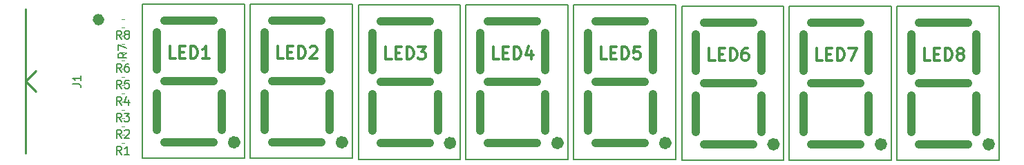
<source format=gto>
G04 #@! TF.GenerationSoftware,KiCad,Pcbnew,5.1.4+dfsg1-1*
G04 #@! TF.CreationDate,2019-11-19T11:58:45-08:00*
G04 #@! TF.ProjectId,pmod-7-segment-v3,706d6f64-2d37-42d7-9365-676d656e742d,rev?*
G04 #@! TF.SameCoordinates,PX1f7d860PY56b8320*
G04 #@! TF.FileFunction,Legend,Top*
G04 #@! TF.FilePolarity,Positive*
%FSLAX46Y46*%
G04 Gerber Fmt 4.6, Leading zero omitted, Abs format (unit mm)*
G04 Created by KiCad (PCBNEW 5.1.4+dfsg1-1) date 2019-11-19 11:58:45*
%MOMM*%
%LPD*%
G04 APERTURE LIST*
%ADD10C,0.254000*%
%ADD11C,1.000000*%
%ADD12C,0.120000*%
%ADD13C,0.800000*%
%ADD14C,0.150000*%
%ADD15C,0.300000*%
G04 APERTURE END LIST*
D10*
X-2794000Y-19558000D02*
X-2794000Y-10668000D01*
X-2794000Y-10668000D02*
X-2794000Y-1778000D01*
X-1524000Y-11938000D02*
X-2794000Y-10668000D01*
X-2794000Y-10668000D02*
X-1524000Y-9398000D01*
D11*
X6356000Y-3068000D02*
G75*
G03X6356000Y-3068000I-200000J0D01*
G01*
D12*
X9306779Y-3046000D02*
X8981221Y-3046000D01*
X9306779Y-4066000D02*
X8981221Y-4066000D01*
X9306779Y-5078000D02*
X8981221Y-5078000D01*
X9306779Y-6098000D02*
X8981221Y-6098000D01*
X9306779Y-7110000D02*
X8981221Y-7110000D01*
X9306779Y-8130000D02*
X8981221Y-8130000D01*
X9306779Y-9142000D02*
X8981221Y-9142000D01*
X9306779Y-10162000D02*
X8981221Y-10162000D01*
X9306779Y-11174000D02*
X8981221Y-11174000D01*
X9306779Y-12194000D02*
X8981221Y-12194000D01*
X9306779Y-13206000D02*
X8981221Y-13206000D01*
X9306779Y-14226000D02*
X8981221Y-14226000D01*
X9306779Y-15238000D02*
X8981221Y-15238000D01*
X9306779Y-16258000D02*
X8981221Y-16258000D01*
X9306779Y-17270000D02*
X8981221Y-17270000D01*
X9306779Y-18290000D02*
X8981221Y-18290000D01*
D13*
X115636000Y-18411999D02*
G75*
G03X115636000Y-18411999I-400000J0D01*
G01*
D11*
X106736000Y-18411999D02*
X112736000Y-18411999D01*
X106736000Y-10911999D02*
X112736000Y-10911999D01*
X113736000Y-12411999D02*
X113736000Y-16911999D01*
X105736000Y-12411999D02*
X105736000Y-16911999D01*
X113736000Y-4911999D02*
X113736000Y-9411999D01*
X105736000Y-4911999D02*
X105736000Y-9411999D01*
X106736000Y-3411999D02*
X112736000Y-3411999D01*
D14*
X103986000Y-20411999D02*
X103986000Y-1411999D01*
X116486000Y-20411999D02*
X103986000Y-20411999D01*
X116486000Y-1411999D02*
X116486000Y-20411999D01*
X103986000Y-1411999D02*
X116486000Y-1411999D01*
D13*
X102428000Y-18411999D02*
G75*
G03X102428000Y-18411999I-400000J0D01*
G01*
D11*
X93528000Y-18411999D02*
X99528000Y-18411999D01*
X93528000Y-10911999D02*
X99528000Y-10911999D01*
X100528000Y-12411999D02*
X100528000Y-16911999D01*
X92528000Y-12411999D02*
X92528000Y-16911999D01*
X100528000Y-4911999D02*
X100528000Y-9411999D01*
X92528000Y-4911999D02*
X92528000Y-9411999D01*
X93528000Y-3411999D02*
X99528000Y-3411999D01*
D14*
X90778000Y-20411999D02*
X90778000Y-1411999D01*
X103278000Y-20411999D02*
X90778000Y-20411999D01*
X103278000Y-1411999D02*
X103278000Y-20411999D01*
X90778000Y-1411999D02*
X103278000Y-1411999D01*
D13*
X89266000Y-18411999D02*
G75*
G03X89266000Y-18411999I-400000J0D01*
G01*
D11*
X80366000Y-18411999D02*
X86366000Y-18411999D01*
X80366000Y-10911999D02*
X86366000Y-10911999D01*
X87366000Y-12411999D02*
X87366000Y-16911999D01*
X79366000Y-12411999D02*
X79366000Y-16911999D01*
X87366000Y-4911999D02*
X87366000Y-9411999D01*
X79366000Y-4911999D02*
X79366000Y-9411999D01*
X80366000Y-3411999D02*
X86366000Y-3411999D01*
D14*
X77616000Y-20411999D02*
X77616000Y-1411999D01*
X90116000Y-20411999D02*
X77616000Y-20411999D01*
X90116000Y-1411999D02*
X90116000Y-20411999D01*
X77616000Y-1411999D02*
X90116000Y-1411999D01*
D13*
X76012000Y-18255999D02*
G75*
G03X76012000Y-18255999I-400000J0D01*
G01*
D11*
X67112000Y-18255999D02*
X73112000Y-18255999D01*
X67112000Y-10755999D02*
X73112000Y-10755999D01*
X74112000Y-12255999D02*
X74112000Y-16755999D01*
X66112000Y-12255999D02*
X66112000Y-16755999D01*
X74112000Y-4755999D02*
X74112000Y-9255999D01*
X66112000Y-4755999D02*
X66112000Y-9255999D01*
X67112000Y-3255999D02*
X73112000Y-3255999D01*
D14*
X64362000Y-20255999D02*
X64362000Y-1255999D01*
X76862000Y-20255999D02*
X64362000Y-20255999D01*
X76862000Y-1255999D02*
X76862000Y-20255999D01*
X64362000Y-1255999D02*
X76862000Y-1255999D01*
D13*
X62804000Y-18255999D02*
G75*
G03X62804000Y-18255999I-400000J0D01*
G01*
D11*
X53904000Y-18255999D02*
X59904000Y-18255999D01*
X53904000Y-10755999D02*
X59904000Y-10755999D01*
X60904000Y-12255999D02*
X60904000Y-16755999D01*
X52904000Y-12255999D02*
X52904000Y-16755999D01*
X60904000Y-4755999D02*
X60904000Y-9255999D01*
X52904000Y-4755999D02*
X52904000Y-9255999D01*
X53904000Y-3255999D02*
X59904000Y-3255999D01*
D14*
X51154000Y-20255999D02*
X51154000Y-1255999D01*
X63654000Y-20255999D02*
X51154000Y-20255999D01*
X63654000Y-1255999D02*
X63654000Y-20255999D01*
X51154000Y-1255999D02*
X63654000Y-1255999D01*
D13*
X49642000Y-18255999D02*
G75*
G03X49642000Y-18255999I-400000J0D01*
G01*
D11*
X40742000Y-18255999D02*
X46742000Y-18255999D01*
X40742000Y-10755999D02*
X46742000Y-10755999D01*
X47742000Y-12255999D02*
X47742000Y-16755999D01*
X39742000Y-12255999D02*
X39742000Y-16755999D01*
X47742000Y-4755999D02*
X47742000Y-9255999D01*
X39742000Y-4755999D02*
X39742000Y-9255999D01*
X40742000Y-3255999D02*
X46742000Y-3255999D01*
D14*
X37992000Y-20255999D02*
X37992000Y-1255999D01*
X50492000Y-20255999D02*
X37992000Y-20255999D01*
X50492000Y-1255999D02*
X50492000Y-20255999D01*
X37992000Y-1255999D02*
X50492000Y-1255999D01*
D13*
X36388000Y-18168000D02*
G75*
G03X36388000Y-18168000I-400000J0D01*
G01*
D11*
X27488000Y-18168000D02*
X33488000Y-18168000D01*
X27488000Y-10668000D02*
X33488000Y-10668000D01*
X34488000Y-12168000D02*
X34488000Y-16668000D01*
X26488000Y-12168000D02*
X26488000Y-16668000D01*
X34488000Y-4668000D02*
X34488000Y-9168000D01*
X26488000Y-4668000D02*
X26488000Y-9168000D01*
X27488000Y-3168000D02*
X33488000Y-3168000D01*
D14*
X24738000Y-20168000D02*
X24738000Y-1168000D01*
X37238000Y-20168000D02*
X24738000Y-20168000D01*
X37238000Y-1168000D02*
X37238000Y-20168000D01*
X24738000Y-1168000D02*
X37238000Y-1168000D01*
D13*
X23180000Y-18168000D02*
G75*
G03X23180000Y-18168000I-400000J0D01*
G01*
D11*
X14280000Y-18168000D02*
X20280000Y-18168000D01*
X14280000Y-10668000D02*
X20280000Y-10668000D01*
X21280000Y-12168000D02*
X21280000Y-16668000D01*
X13280000Y-12168000D02*
X13280000Y-16668000D01*
X21280000Y-4668000D02*
X21280000Y-9168000D01*
X13280000Y-4668000D02*
X13280000Y-9168000D01*
X14280000Y-3168000D02*
X20280000Y-3168000D01*
D14*
X11530000Y-20168000D02*
X11530000Y-1168000D01*
X24030000Y-20168000D02*
X11530000Y-20168000D01*
X24030000Y-1168000D02*
X24030000Y-20168000D01*
X11530000Y-1168000D02*
X24030000Y-1168000D01*
X3008380Y-11001333D02*
X3722666Y-11001333D01*
X3865523Y-11048952D01*
X3960761Y-11144190D01*
X4008380Y-11287047D01*
X4008380Y-11382285D01*
X4008380Y-10001333D02*
X4008380Y-10572761D01*
X4008380Y-10287047D02*
X3008380Y-10287047D01*
X3151238Y-10382285D01*
X3246476Y-10477523D01*
X3294095Y-10572761D01*
X8977333Y-5438380D02*
X8644000Y-4962190D01*
X8405904Y-5438380D02*
X8405904Y-4438380D01*
X8786857Y-4438380D01*
X8882095Y-4486000D01*
X8929714Y-4533619D01*
X8977333Y-4628857D01*
X8977333Y-4771714D01*
X8929714Y-4866952D01*
X8882095Y-4914571D01*
X8786857Y-4962190D01*
X8405904Y-4962190D01*
X9548761Y-4866952D02*
X9453523Y-4819333D01*
X9405904Y-4771714D01*
X9358285Y-4676476D01*
X9358285Y-4628857D01*
X9405904Y-4533619D01*
X9453523Y-4486000D01*
X9548761Y-4438380D01*
X9739238Y-4438380D01*
X9834476Y-4486000D01*
X9882095Y-4533619D01*
X9929714Y-4628857D01*
X9929714Y-4676476D01*
X9882095Y-4771714D01*
X9834476Y-4819333D01*
X9739238Y-4866952D01*
X9548761Y-4866952D01*
X9453523Y-4914571D01*
X9405904Y-4962190D01*
X9358285Y-5057428D01*
X9358285Y-5247904D01*
X9405904Y-5343142D01*
X9453523Y-5390761D01*
X9548761Y-5438380D01*
X9739238Y-5438380D01*
X9834476Y-5390761D01*
X9882095Y-5343142D01*
X9929714Y-5247904D01*
X9929714Y-5057428D01*
X9882095Y-4962190D01*
X9834476Y-4914571D01*
X9739238Y-4866952D01*
X9596380Y-7184666D02*
X9120190Y-7518000D01*
X9596380Y-7756095D02*
X8596380Y-7756095D01*
X8596380Y-7375142D01*
X8644000Y-7279904D01*
X8691619Y-7232285D01*
X8786857Y-7184666D01*
X8929714Y-7184666D01*
X9024952Y-7232285D01*
X9072571Y-7279904D01*
X9120190Y-7375142D01*
X9120190Y-7756095D01*
X8596380Y-6851333D02*
X8596380Y-6184666D01*
X9596380Y-6613238D01*
X8977333Y-9502380D02*
X8644000Y-9026190D01*
X8405904Y-9502380D02*
X8405904Y-8502380D01*
X8786857Y-8502380D01*
X8882095Y-8550000D01*
X8929714Y-8597619D01*
X8977333Y-8692857D01*
X8977333Y-8835714D01*
X8929714Y-8930952D01*
X8882095Y-8978571D01*
X8786857Y-9026190D01*
X8405904Y-9026190D01*
X9834476Y-8502380D02*
X9644000Y-8502380D01*
X9548761Y-8550000D01*
X9501142Y-8597619D01*
X9405904Y-8740476D01*
X9358285Y-8930952D01*
X9358285Y-9311904D01*
X9405904Y-9407142D01*
X9453523Y-9454761D01*
X9548761Y-9502380D01*
X9739238Y-9502380D01*
X9834476Y-9454761D01*
X9882095Y-9407142D01*
X9929714Y-9311904D01*
X9929714Y-9073809D01*
X9882095Y-8978571D01*
X9834476Y-8930952D01*
X9739238Y-8883333D01*
X9548761Y-8883333D01*
X9453523Y-8930952D01*
X9405904Y-8978571D01*
X9358285Y-9073809D01*
X8977333Y-11534380D02*
X8644000Y-11058190D01*
X8405904Y-11534380D02*
X8405904Y-10534380D01*
X8786857Y-10534380D01*
X8882095Y-10582000D01*
X8929714Y-10629619D01*
X8977333Y-10724857D01*
X8977333Y-10867714D01*
X8929714Y-10962952D01*
X8882095Y-11010571D01*
X8786857Y-11058190D01*
X8405904Y-11058190D01*
X9882095Y-10534380D02*
X9405904Y-10534380D01*
X9358285Y-11010571D01*
X9405904Y-10962952D01*
X9501142Y-10915333D01*
X9739238Y-10915333D01*
X9834476Y-10962952D01*
X9882095Y-11010571D01*
X9929714Y-11105809D01*
X9929714Y-11343904D01*
X9882095Y-11439142D01*
X9834476Y-11486761D01*
X9739238Y-11534380D01*
X9501142Y-11534380D01*
X9405904Y-11486761D01*
X9358285Y-11439142D01*
X8977333Y-13566380D02*
X8644000Y-13090190D01*
X8405904Y-13566380D02*
X8405904Y-12566380D01*
X8786857Y-12566380D01*
X8882095Y-12614000D01*
X8929714Y-12661619D01*
X8977333Y-12756857D01*
X8977333Y-12899714D01*
X8929714Y-12994952D01*
X8882095Y-13042571D01*
X8786857Y-13090190D01*
X8405904Y-13090190D01*
X9834476Y-12899714D02*
X9834476Y-13566380D01*
X9596380Y-12518761D02*
X9358285Y-13233047D01*
X9977333Y-13233047D01*
X8977333Y-15598380D02*
X8644000Y-15122190D01*
X8405904Y-15598380D02*
X8405904Y-14598380D01*
X8786857Y-14598380D01*
X8882095Y-14646000D01*
X8929714Y-14693619D01*
X8977333Y-14788857D01*
X8977333Y-14931714D01*
X8929714Y-15026952D01*
X8882095Y-15074571D01*
X8786857Y-15122190D01*
X8405904Y-15122190D01*
X9310666Y-14598380D02*
X9929714Y-14598380D01*
X9596380Y-14979333D01*
X9739238Y-14979333D01*
X9834476Y-15026952D01*
X9882095Y-15074571D01*
X9929714Y-15169809D01*
X9929714Y-15407904D01*
X9882095Y-15503142D01*
X9834476Y-15550761D01*
X9739238Y-15598380D01*
X9453523Y-15598380D01*
X9358285Y-15550761D01*
X9310666Y-15503142D01*
X8977333Y-17630380D02*
X8644000Y-17154190D01*
X8405904Y-17630380D02*
X8405904Y-16630380D01*
X8786857Y-16630380D01*
X8882095Y-16678000D01*
X8929714Y-16725619D01*
X8977333Y-16820857D01*
X8977333Y-16963714D01*
X8929714Y-17058952D01*
X8882095Y-17106571D01*
X8786857Y-17154190D01*
X8405904Y-17154190D01*
X9358285Y-16725619D02*
X9405904Y-16678000D01*
X9501142Y-16630380D01*
X9739238Y-16630380D01*
X9834476Y-16678000D01*
X9882095Y-16725619D01*
X9929714Y-16820857D01*
X9929714Y-16916095D01*
X9882095Y-17058952D01*
X9310666Y-17630380D01*
X9929714Y-17630380D01*
X8977333Y-19662380D02*
X8644000Y-19186190D01*
X8405904Y-19662380D02*
X8405904Y-18662380D01*
X8786857Y-18662380D01*
X8882095Y-18710000D01*
X8929714Y-18757619D01*
X8977333Y-18852857D01*
X8977333Y-18995714D01*
X8929714Y-19090952D01*
X8882095Y-19138571D01*
X8786857Y-19186190D01*
X8405904Y-19186190D01*
X9929714Y-19662380D02*
X9358285Y-19662380D01*
X9644000Y-19662380D02*
X9644000Y-18662380D01*
X9548761Y-18805238D01*
X9453523Y-18900476D01*
X9358285Y-18948095D01*
D15*
X108057428Y-8090570D02*
X107343142Y-8090570D01*
X107343142Y-6590570D01*
X108557428Y-7304856D02*
X109057428Y-7304856D01*
X109271714Y-8090570D02*
X108557428Y-8090570D01*
X108557428Y-6590570D01*
X109271714Y-6590570D01*
X109914571Y-8090570D02*
X109914571Y-6590570D01*
X110271714Y-6590570D01*
X110486000Y-6661999D01*
X110628857Y-6804856D01*
X110700285Y-6947713D01*
X110771714Y-7233427D01*
X110771714Y-7447713D01*
X110700285Y-7733427D01*
X110628857Y-7876284D01*
X110486000Y-8019141D01*
X110271714Y-8090570D01*
X109914571Y-8090570D01*
X111628857Y-7233427D02*
X111486000Y-7161999D01*
X111414571Y-7090570D01*
X111343142Y-6947713D01*
X111343142Y-6876284D01*
X111414571Y-6733427D01*
X111486000Y-6661999D01*
X111628857Y-6590570D01*
X111914571Y-6590570D01*
X112057428Y-6661999D01*
X112128857Y-6733427D01*
X112200285Y-6876284D01*
X112200285Y-6947713D01*
X112128857Y-7090570D01*
X112057428Y-7161999D01*
X111914571Y-7233427D01*
X111628857Y-7233427D01*
X111486000Y-7304856D01*
X111414571Y-7376284D01*
X111343142Y-7519141D01*
X111343142Y-7804856D01*
X111414571Y-7947713D01*
X111486000Y-8019141D01*
X111628857Y-8090570D01*
X111914571Y-8090570D01*
X112057428Y-8019141D01*
X112128857Y-7947713D01*
X112200285Y-7804856D01*
X112200285Y-7519141D01*
X112128857Y-7376284D01*
X112057428Y-7304856D01*
X111914571Y-7233427D01*
X94849428Y-8090570D02*
X94135142Y-8090570D01*
X94135142Y-6590570D01*
X95349428Y-7304856D02*
X95849428Y-7304856D01*
X96063714Y-8090570D02*
X95349428Y-8090570D01*
X95349428Y-6590570D01*
X96063714Y-6590570D01*
X96706571Y-8090570D02*
X96706571Y-6590570D01*
X97063714Y-6590570D01*
X97278000Y-6661999D01*
X97420857Y-6804856D01*
X97492285Y-6947713D01*
X97563714Y-7233427D01*
X97563714Y-7447713D01*
X97492285Y-7733427D01*
X97420857Y-7876284D01*
X97278000Y-8019141D01*
X97063714Y-8090570D01*
X96706571Y-8090570D01*
X98063714Y-6590570D02*
X99063714Y-6590570D01*
X98420857Y-8090570D01*
X81687428Y-8090570D02*
X80973142Y-8090570D01*
X80973142Y-6590570D01*
X82187428Y-7304856D02*
X82687428Y-7304856D01*
X82901714Y-8090570D02*
X82187428Y-8090570D01*
X82187428Y-6590570D01*
X82901714Y-6590570D01*
X83544571Y-8090570D02*
X83544571Y-6590570D01*
X83901714Y-6590570D01*
X84116000Y-6661999D01*
X84258857Y-6804856D01*
X84330285Y-6947713D01*
X84401714Y-7233427D01*
X84401714Y-7447713D01*
X84330285Y-7733427D01*
X84258857Y-7876284D01*
X84116000Y-8019141D01*
X83901714Y-8090570D01*
X83544571Y-8090570D01*
X85687428Y-6590570D02*
X85401714Y-6590570D01*
X85258857Y-6661999D01*
X85187428Y-6733427D01*
X85044571Y-6947713D01*
X84973142Y-7233427D01*
X84973142Y-7804856D01*
X85044571Y-7947713D01*
X85116000Y-8019141D01*
X85258857Y-8090570D01*
X85544571Y-8090570D01*
X85687428Y-8019141D01*
X85758857Y-7947713D01*
X85830285Y-7804856D01*
X85830285Y-7447713D01*
X85758857Y-7304856D01*
X85687428Y-7233427D01*
X85544571Y-7161999D01*
X85258857Y-7161999D01*
X85116000Y-7233427D01*
X85044571Y-7304856D01*
X84973142Y-7447713D01*
X68433428Y-7934570D02*
X67719142Y-7934570D01*
X67719142Y-6434570D01*
X68933428Y-7148856D02*
X69433428Y-7148856D01*
X69647714Y-7934570D02*
X68933428Y-7934570D01*
X68933428Y-6434570D01*
X69647714Y-6434570D01*
X70290571Y-7934570D02*
X70290571Y-6434570D01*
X70647714Y-6434570D01*
X70862000Y-6505999D01*
X71004857Y-6648856D01*
X71076285Y-6791713D01*
X71147714Y-7077427D01*
X71147714Y-7291713D01*
X71076285Y-7577427D01*
X71004857Y-7720284D01*
X70862000Y-7863141D01*
X70647714Y-7934570D01*
X70290571Y-7934570D01*
X72504857Y-6434570D02*
X71790571Y-6434570D01*
X71719142Y-7148856D01*
X71790571Y-7077427D01*
X71933428Y-7005999D01*
X72290571Y-7005999D01*
X72433428Y-7077427D01*
X72504857Y-7148856D01*
X72576285Y-7291713D01*
X72576285Y-7648856D01*
X72504857Y-7791713D01*
X72433428Y-7863141D01*
X72290571Y-7934570D01*
X71933428Y-7934570D01*
X71790571Y-7863141D01*
X71719142Y-7791713D01*
X55225428Y-7934570D02*
X54511142Y-7934570D01*
X54511142Y-6434570D01*
X55725428Y-7148856D02*
X56225428Y-7148856D01*
X56439714Y-7934570D02*
X55725428Y-7934570D01*
X55725428Y-6434570D01*
X56439714Y-6434570D01*
X57082571Y-7934570D02*
X57082571Y-6434570D01*
X57439714Y-6434570D01*
X57654000Y-6505999D01*
X57796857Y-6648856D01*
X57868285Y-6791713D01*
X57939714Y-7077427D01*
X57939714Y-7291713D01*
X57868285Y-7577427D01*
X57796857Y-7720284D01*
X57654000Y-7863141D01*
X57439714Y-7934570D01*
X57082571Y-7934570D01*
X59225428Y-6934570D02*
X59225428Y-7934570D01*
X58868285Y-6363141D02*
X58511142Y-7434570D01*
X59439714Y-7434570D01*
X42063428Y-7934570D02*
X41349142Y-7934570D01*
X41349142Y-6434570D01*
X42563428Y-7148856D02*
X43063428Y-7148856D01*
X43277714Y-7934570D02*
X42563428Y-7934570D01*
X42563428Y-6434570D01*
X43277714Y-6434570D01*
X43920571Y-7934570D02*
X43920571Y-6434570D01*
X44277714Y-6434570D01*
X44492000Y-6505999D01*
X44634857Y-6648856D01*
X44706285Y-6791713D01*
X44777714Y-7077427D01*
X44777714Y-7291713D01*
X44706285Y-7577427D01*
X44634857Y-7720284D01*
X44492000Y-7863141D01*
X44277714Y-7934570D01*
X43920571Y-7934570D01*
X45277714Y-6434570D02*
X46206285Y-6434570D01*
X45706285Y-7005999D01*
X45920571Y-7005999D01*
X46063428Y-7077427D01*
X46134857Y-7148856D01*
X46206285Y-7291713D01*
X46206285Y-7648856D01*
X46134857Y-7791713D01*
X46063428Y-7863141D01*
X45920571Y-7934570D01*
X45492000Y-7934570D01*
X45349142Y-7863141D01*
X45277714Y-7791713D01*
X28809428Y-7846571D02*
X28095142Y-7846571D01*
X28095142Y-6346571D01*
X29309428Y-7060857D02*
X29809428Y-7060857D01*
X30023714Y-7846571D02*
X29309428Y-7846571D01*
X29309428Y-6346571D01*
X30023714Y-6346571D01*
X30666571Y-7846571D02*
X30666571Y-6346571D01*
X31023714Y-6346571D01*
X31238000Y-6418000D01*
X31380857Y-6560857D01*
X31452285Y-6703714D01*
X31523714Y-6989428D01*
X31523714Y-7203714D01*
X31452285Y-7489428D01*
X31380857Y-7632285D01*
X31238000Y-7775142D01*
X31023714Y-7846571D01*
X30666571Y-7846571D01*
X32095142Y-6489428D02*
X32166571Y-6418000D01*
X32309428Y-6346571D01*
X32666571Y-6346571D01*
X32809428Y-6418000D01*
X32880857Y-6489428D01*
X32952285Y-6632285D01*
X32952285Y-6775142D01*
X32880857Y-6989428D01*
X32023714Y-7846571D01*
X32952285Y-7846571D01*
X15601428Y-7846571D02*
X14887142Y-7846571D01*
X14887142Y-6346571D01*
X16101428Y-7060857D02*
X16601428Y-7060857D01*
X16815714Y-7846571D02*
X16101428Y-7846571D01*
X16101428Y-6346571D01*
X16815714Y-6346571D01*
X17458571Y-7846571D02*
X17458571Y-6346571D01*
X17815714Y-6346571D01*
X18030000Y-6418000D01*
X18172857Y-6560857D01*
X18244285Y-6703714D01*
X18315714Y-6989428D01*
X18315714Y-7203714D01*
X18244285Y-7489428D01*
X18172857Y-7632285D01*
X18030000Y-7775142D01*
X17815714Y-7846571D01*
X17458571Y-7846571D01*
X19744285Y-7846571D02*
X18887142Y-7846571D01*
X19315714Y-7846571D02*
X19315714Y-6346571D01*
X19172857Y-6560857D01*
X19030000Y-6703714D01*
X18887142Y-6775142D01*
M02*

</source>
